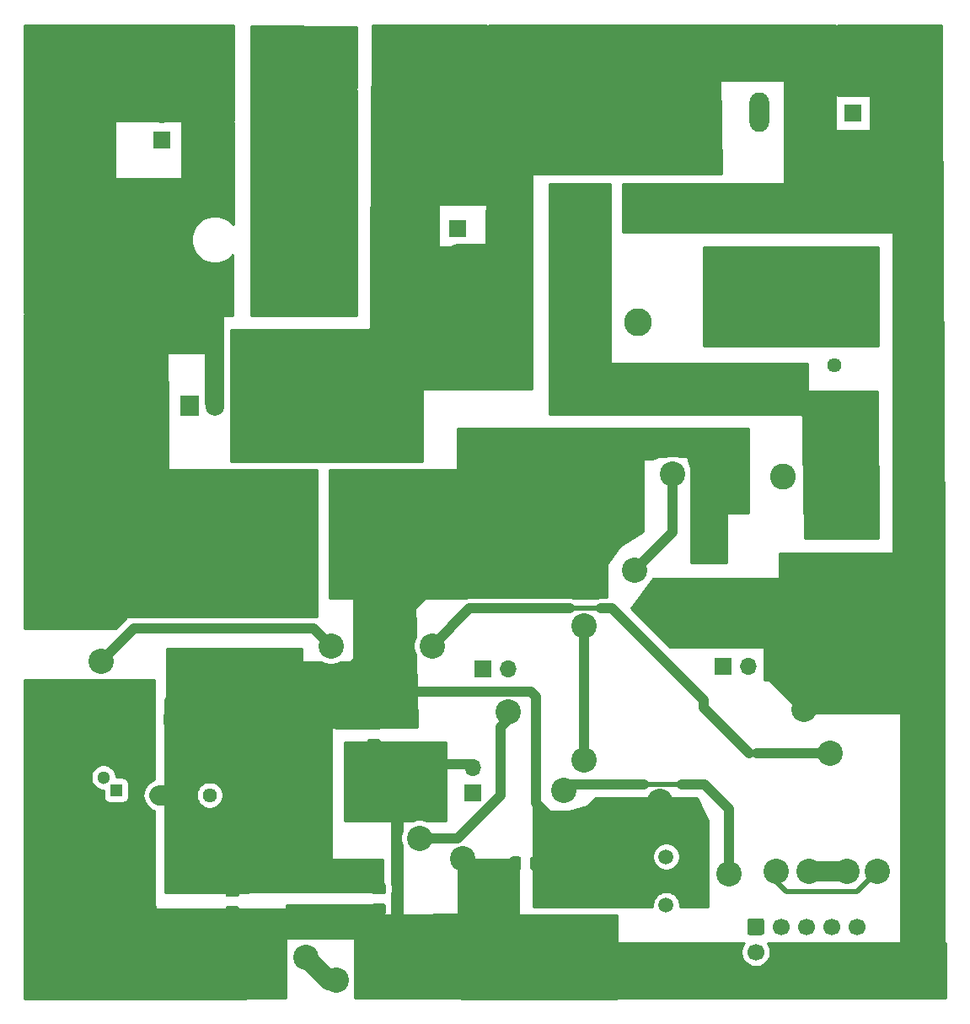
<source format=gbr>
%TF.GenerationSoftware,KiCad,Pcbnew,5.1.6-1.fc32*%
%TF.CreationDate,2020-08-07T18:49:01+03:00*%
%TF.ProjectId,ProjectFIH,50726f6a-6563-4744-9649-482e6b696361,rev?*%
%TF.SameCoordinates,Original*%
%TF.FileFunction,Copper,L2,Bot*%
%TF.FilePolarity,Positive*%
%FSLAX46Y46*%
G04 Gerber Fmt 4.6, Leading zero omitted, Abs format (unit mm)*
G04 Created by KiCad (PCBNEW 5.1.6-1.fc32) date 2020-08-07 18:49:01*
%MOMM*%
%LPD*%
G01*
G04 APERTURE LIST*
%TA.AperFunction,ComponentPad*%
%ADD10C,2.400000*%
%TD*%
%TA.AperFunction,ComponentPad*%
%ADD11R,2.400000X2.400000*%
%TD*%
%TA.AperFunction,ComponentPad*%
%ADD12O,1.905000X2.000000*%
%TD*%
%TA.AperFunction,ComponentPad*%
%ADD13R,1.905000X2.000000*%
%TD*%
%TA.AperFunction,ComponentPad*%
%ADD14C,1.440000*%
%TD*%
%TA.AperFunction,ComponentPad*%
%ADD15R,2.000000X2.000000*%
%TD*%
%TA.AperFunction,ComponentPad*%
%ADD16C,2.000000*%
%TD*%
%TA.AperFunction,ComponentPad*%
%ADD17C,1.300000*%
%TD*%
%TA.AperFunction,ComponentPad*%
%ADD18R,1.300000X1.300000*%
%TD*%
%TA.AperFunction,ComponentPad*%
%ADD19O,1.700000X1.700000*%
%TD*%
%TA.AperFunction,ComponentPad*%
%ADD20R,1.700000X1.700000*%
%TD*%
%TA.AperFunction,ComponentPad*%
%ADD21R,1.980000X3.960000*%
%TD*%
%TA.AperFunction,ComponentPad*%
%ADD22O,1.980000X3.960000*%
%TD*%
%TA.AperFunction,ComponentPad*%
%ADD23C,1.700000*%
%TD*%
%TA.AperFunction,ComponentPad*%
%ADD24C,2.600000*%
%TD*%
%TA.AperFunction,ComponentPad*%
%ADD25C,2.800000*%
%TD*%
%TA.AperFunction,ComponentPad*%
%ADD26C,1.500000*%
%TD*%
%TA.AperFunction,ViaPad*%
%ADD27C,0.800000*%
%TD*%
%TA.AperFunction,ViaPad*%
%ADD28C,2.540000*%
%TD*%
%TA.AperFunction,Conductor*%
%ADD29C,1.000000*%
%TD*%
%TA.AperFunction,Conductor*%
%ADD30C,2.000000*%
%TD*%
%TA.AperFunction,Conductor*%
%ADD31C,0.500000*%
%TD*%
%TA.AperFunction,Conductor*%
%ADD32C,0.254000*%
%TD*%
G04 APERTURE END LIST*
D10*
%TO.P,C14,2*%
%TO.N,GND*%
X67437000Y-25480000D03*
D11*
%TO.P,C14,1*%
%TO.N,+24V*%
X67437000Y-30480000D03*
%TD*%
D10*
%TO.P,C13,2*%
%TO.N,GND*%
X95758000Y-68881000D03*
D11*
%TO.P,C13,1*%
%TO.N,+24V*%
X95758000Y-63881000D03*
%TD*%
D10*
%TO.P,C9,2*%
%TO.N,GND*%
X49450000Y-36322000D03*
D11*
%TO.P,C9,1*%
%TO.N,+24V*%
X44450000Y-36322000D03*
%TD*%
D12*
%TO.P,Q3,3*%
%TO.N,GND*%
X35052000Y-51562000D03*
%TO.P,Q3,2*%
%TO.N,Net-(J5-Pad2)*%
X32512000Y-51562000D03*
D13*
%TO.P,Q3,1*%
%TO.N,Net-(Q3-Pad1)*%
X29972000Y-51562000D03*
%TD*%
D14*
%TO.P,RV2,3*%
%TO.N,Net-(R23-Pad2)*%
X94742000Y-47561500D03*
%TO.P,RV2,2*%
%TO.N,Net-(C23-Pad1)*%
X94742000Y-45021500D03*
%TO.P,RV2,1*%
X94742000Y-42481500D03*
%TD*%
%TO.P,C4,1*%
%TO.N,+5V*%
%TA.AperFunction,SMDPad,CuDef*%
G36*
G01*
X33839999Y-99755000D02*
X34740001Y-99755000D01*
G75*
G02*
X34990000Y-100004999I0J-249999D01*
G01*
X34990000Y-100655001D01*
G75*
G02*
X34740001Y-100905000I-249999J0D01*
G01*
X33839999Y-100905000D01*
G75*
G02*
X33590000Y-100655001I0J249999D01*
G01*
X33590000Y-100004999D01*
G75*
G02*
X33839999Y-99755000I249999J0D01*
G01*
G37*
%TD.AperFunction*%
%TO.P,C4,2*%
%TO.N,GND*%
%TA.AperFunction,SMDPad,CuDef*%
G36*
G01*
X33839999Y-101805000D02*
X34740001Y-101805000D01*
G75*
G02*
X34990000Y-102054999I0J-249999D01*
G01*
X34990000Y-102705001D01*
G75*
G02*
X34740001Y-102955000I-249999J0D01*
G01*
X33839999Y-102955000D01*
G75*
G02*
X33590000Y-102705001I0J249999D01*
G01*
X33590000Y-102054999D01*
G75*
G02*
X33839999Y-101805000I249999J0D01*
G01*
G37*
%TD.AperFunction*%
%TD*%
%TO.P,C6,1*%
%TO.N,+5V*%
%TA.AperFunction,SMDPad,CuDef*%
G36*
G01*
X28533000Y-82607999D02*
X28533000Y-83508001D01*
G75*
G02*
X28283001Y-83758000I-249999J0D01*
G01*
X27632999Y-83758000D01*
G75*
G02*
X27383000Y-83508001I0J249999D01*
G01*
X27383000Y-82607999D01*
G75*
G02*
X27632999Y-82358000I249999J0D01*
G01*
X28283001Y-82358000D01*
G75*
G02*
X28533000Y-82607999I0J-249999D01*
G01*
G37*
%TD.AperFunction*%
%TO.P,C6,2*%
%TO.N,GND*%
%TA.AperFunction,SMDPad,CuDef*%
G36*
G01*
X26483000Y-82607999D02*
X26483000Y-83508001D01*
G75*
G02*
X26233001Y-83758000I-249999J0D01*
G01*
X25582999Y-83758000D01*
G75*
G02*
X25333000Y-83508001I0J249999D01*
G01*
X25333000Y-82607999D01*
G75*
G02*
X25582999Y-82358000I249999J0D01*
G01*
X26233001Y-82358000D01*
G75*
G02*
X26483000Y-82607999I0J-249999D01*
G01*
G37*
%TD.AperFunction*%
%TD*%
%TO.P,C7,2*%
%TO.N,GND*%
%TA.AperFunction,SMDPad,CuDef*%
G36*
G01*
X48562999Y-101542000D02*
X49463001Y-101542000D01*
G75*
G02*
X49713000Y-101791999I0J-249999D01*
G01*
X49713000Y-102442001D01*
G75*
G02*
X49463001Y-102692000I-249999J0D01*
G01*
X48562999Y-102692000D01*
G75*
G02*
X48313000Y-102442001I0J249999D01*
G01*
X48313000Y-101791999D01*
G75*
G02*
X48562999Y-101542000I249999J0D01*
G01*
G37*
%TD.AperFunction*%
%TO.P,C7,1*%
%TO.N,+5V*%
%TA.AperFunction,SMDPad,CuDef*%
G36*
G01*
X48562999Y-99492000D02*
X49463001Y-99492000D01*
G75*
G02*
X49713000Y-99741999I0J-249999D01*
G01*
X49713000Y-100392001D01*
G75*
G02*
X49463001Y-100642000I-249999J0D01*
G01*
X48562999Y-100642000D01*
G75*
G02*
X48313000Y-100392001I0J249999D01*
G01*
X48313000Y-99741999D01*
G75*
G02*
X48562999Y-99492000I249999J0D01*
G01*
G37*
%TD.AperFunction*%
%TD*%
%TO.P,C10,2*%
%TO.N,GND*%
%TA.AperFunction,SMDPad,CuDef*%
G36*
G01*
X48063999Y-85032000D02*
X48964001Y-85032000D01*
G75*
G02*
X49214000Y-85281999I0J-249999D01*
G01*
X49214000Y-85932001D01*
G75*
G02*
X48964001Y-86182000I-249999J0D01*
G01*
X48063999Y-86182000D01*
G75*
G02*
X47814000Y-85932001I0J249999D01*
G01*
X47814000Y-85281999D01*
G75*
G02*
X48063999Y-85032000I249999J0D01*
G01*
G37*
%TD.AperFunction*%
%TO.P,C10,1*%
%TO.N,+5V*%
%TA.AperFunction,SMDPad,CuDef*%
G36*
G01*
X48063999Y-82982000D02*
X48964001Y-82982000D01*
G75*
G02*
X49214000Y-83231999I0J-249999D01*
G01*
X49214000Y-83882001D01*
G75*
G02*
X48964001Y-84132000I-249999J0D01*
G01*
X48063999Y-84132000D01*
G75*
G02*
X47814000Y-83882001I0J249999D01*
G01*
X47814000Y-83231999D01*
G75*
G02*
X48063999Y-82982000I249999J0D01*
G01*
G37*
%TD.AperFunction*%
%TD*%
%TO.P,C11,2*%
%TO.N,GND*%
%TA.AperFunction,SMDPad,CuDef*%
G36*
G01*
X63295000Y-97085999D02*
X63295000Y-97986001D01*
G75*
G02*
X63045001Y-98236000I-249999J0D01*
G01*
X62394999Y-98236000D01*
G75*
G02*
X62145000Y-97986001I0J249999D01*
G01*
X62145000Y-97085999D01*
G75*
G02*
X62394999Y-96836000I249999J0D01*
G01*
X63045001Y-96836000D01*
G75*
G02*
X63295000Y-97085999I0J-249999D01*
G01*
G37*
%TD.AperFunction*%
%TO.P,C11,1*%
%TO.N,+5V*%
%TA.AperFunction,SMDPad,CuDef*%
G36*
G01*
X65345000Y-97085999D02*
X65345000Y-97986001D01*
G75*
G02*
X65095001Y-98236000I-249999J0D01*
G01*
X64444999Y-98236000D01*
G75*
G02*
X64195000Y-97986001I0J249999D01*
G01*
X64195000Y-97085999D01*
G75*
G02*
X64444999Y-96836000I249999J0D01*
G01*
X65095001Y-96836000D01*
G75*
G02*
X65345000Y-97085999I0J-249999D01*
G01*
G37*
%TD.AperFunction*%
%TD*%
D15*
%TO.P,C24,1*%
%TO.N,+5V*%
X83058000Y-66421000D03*
D16*
%TO.P,C24,2*%
%TO.N,GND*%
X83058000Y-71421000D03*
%TD*%
%TO.P,C25,2*%
%TO.N,GND*%
X97282000Y-31830000D03*
D15*
%TO.P,C25,1*%
%TO.N,Net-(C23-Pad1)*%
X97282000Y-36830000D03*
%TD*%
D17*
%TO.P,DA1,2*%
%TO.N,Net-(C2-Pad1)*%
X21336000Y-88900000D03*
%TO.P,DA1,3*%
%TO.N,GND*%
X20066000Y-90170000D03*
D18*
%TO.P,DA1,1*%
%TO.N,Net-(DA1-Pad1)*%
X22606000Y-90170000D03*
%TD*%
D19*
%TO.P,J1,2*%
%TO.N,IRQ*%
X61976000Y-77978000D03*
D20*
%TO.P,J1,1*%
%TO.N,Net-(C5-Pad1)*%
X59436000Y-77978000D03*
%TD*%
D21*
%TO.P,J2,1*%
%TO.N,GND*%
X50292000Y-22860000D03*
D22*
%TO.P,J2,2*%
%TO.N,+24V*%
X45292000Y-22860000D03*
%TD*%
D20*
%TO.P,J3,1*%
%TO.N,Net-(J3-Pad1)*%
X56896000Y-33782000D03*
D19*
%TO.P,J3,2*%
%TO.N,GND*%
X56896000Y-36322000D03*
%TD*%
%TO.P,J4,2*%
%TO.N,GND*%
X58420000Y-87884000D03*
D20*
%TO.P,J4,1*%
%TO.N,Net-(J4-Pad1)*%
X58420000Y-90424000D03*
%TD*%
%TO.P,J5,1*%
%TO.N,Net-(J5-Pad1)*%
X27178000Y-24892000D03*
D19*
%TO.P,J5,2*%
%TO.N,Net-(J5-Pad2)*%
X27178000Y-22352000D03*
%TD*%
D21*
%TO.P,J6,1*%
%TO.N,+24V*%
X37338000Y-22860000D03*
D22*
%TO.P,J6,2*%
%TO.N,Net-(J5-Pad2)*%
X32338000Y-22860000D03*
%TD*%
D20*
%TO.P,J7,1*%
%TO.N,Net-(J7-Pad1)*%
X83566000Y-77724000D03*
D19*
%TO.P,J7,2*%
%TO.N,Net-(J7-Pad2)*%
X86106000Y-77724000D03*
%TO.P,J7,3*%
%TO.N,GND*%
X88646000Y-77724000D03*
%TD*%
%TO.P,J8,1*%
%TO.N,Net-(J8-Pad1)*%
%TA.AperFunction,ComponentPad*%
G36*
G01*
X86268000Y-103036000D02*
X87468000Y-103036000D01*
G75*
G02*
X87718000Y-103286000I0J-250000D01*
G01*
X87718000Y-104486000D01*
G75*
G02*
X87468000Y-104736000I-250000J0D01*
G01*
X86268000Y-104736000D01*
G75*
G02*
X86018000Y-104486000I0J250000D01*
G01*
X86018000Y-103286000D01*
G75*
G02*
X86268000Y-103036000I250000J0D01*
G01*
G37*
%TD.AperFunction*%
D23*
%TO.P,J8,3*%
%TO.N,Net-(J8-Pad3)*%
X89408000Y-103886000D03*
%TO.P,J8,5*%
%TO.N,MCUReset*%
X91948000Y-103886000D03*
%TO.P,J8,7*%
%TO.N,Net-(J8-Pad7)*%
X94488000Y-103886000D03*
%TO.P,J8,9*%
%TO.N,Net-(J8-Pad9)*%
X97028000Y-103886000D03*
%TO.P,J8,2*%
%TO.N,Net-(J8-Pad2)*%
X86868000Y-106426000D03*
%TO.P,J8,4*%
%TO.N,GND*%
X89408000Y-106426000D03*
%TO.P,J8,6*%
X91948000Y-106426000D03*
%TO.P,J8,8*%
X94488000Y-106426000D03*
%TO.P,J8,10*%
X97028000Y-106426000D03*
%TD*%
D22*
%TO.P,J9,2*%
%TO.N,Net-(C23-Pad1)*%
X87202000Y-22098000D03*
D21*
%TO.P,J9,1*%
%TO.N,GND*%
X92202000Y-22098000D03*
%TD*%
D20*
%TO.P,J10,1*%
%TO.N,Net-(J10-Pad1)*%
X96647000Y-22225000D03*
D19*
%TO.P,J10,2*%
%TO.N,GND*%
X96647000Y-24765000D03*
%TD*%
D24*
%TO.P,L1,1*%
%TO.N,Net-(C20-Pad1)*%
X89582000Y-58674000D03*
%TO.P,L1,2*%
%TO.N,+5V*%
X84582000Y-58674000D03*
%TD*%
D25*
%TO.P,L2,1*%
%TO.N,Net-(D4-Pad1)*%
X75057000Y-43180000D03*
%TO.P,L2,2*%
%TO.N,Net-(C23-Pad1)*%
X86487000Y-43180000D03*
%TD*%
D14*
%TO.P,RV1,1*%
%TO.N,+5V*%
X26924000Y-90678000D03*
%TO.P,RV1,2*%
X29464000Y-90678000D03*
%TO.P,RV1,3*%
%TO.N,Net-(R9-Pad1)*%
X32004000Y-90678000D03*
%TD*%
D26*
%TO.P,Y1,1*%
%TO.N,Net-(C18-Pad1)*%
X77851000Y-101727000D03*
%TO.P,Y1,2*%
%TO.N,Net-(C15-Pad1)*%
X77851000Y-96847000D03*
%TD*%
D27*
%TO.N,GND*%
X51950000Y-45586000D03*
D28*
X51950000Y-45586000D03*
X40386000Y-103886000D03*
X56313000Y-104469000D03*
X54545000Y-87565000D03*
X61279000Y-103821000D03*
X71501000Y-106172000D03*
X57404000Y-97028000D03*
X91694000Y-82042000D03*
X17526000Y-88646000D03*
D27*
%TO.N,+5V*%
X59436000Y-55753000D03*
D28*
X59436000Y-55753000D03*
D27*
X77270500Y-91322000D03*
D28*
X77270500Y-91322000D03*
X28702000Y-98806000D03*
X42851000Y-97969000D03*
X41467000Y-82615000D03*
X69088000Y-93980000D03*
X31750000Y-77470000D03*
%TO.N,MCUReset*%
X41656000Y-106934000D03*
X44704000Y-109220000D03*
X88900000Y-98298000D03*
X99060000Y-98298000D03*
%TO.N,IRQ*%
X53086000Y-94996000D03*
X61976000Y-82296000D03*
%TO.N,Net-(J8-Pad9)*%
X96012000Y-98298000D03*
X92202000Y-98298000D03*
%TO.N,Temperature*%
X21082000Y-77216000D03*
X94361000Y-86487000D03*
X54356000Y-75692000D03*
X44196000Y-75692000D03*
%TO.N,HeatOFF*%
X69596000Y-87122000D03*
X69596000Y-73660000D03*
%TO.N,PL_ON*%
X78486000Y-58420000D03*
X74676000Y-68072000D03*
%TO.N,MCU_PL_ON*%
X84201000Y-98552000D03*
X67564000Y-90170000D03*
%TD*%
D29*
%TO.N,GND*%
X51950000Y-36322000D02*
X51950000Y-45586000D01*
X51950000Y-45586000D02*
X51950000Y-45586000D01*
X51950000Y-45586000D02*
X51950000Y-45586000D01*
X34290000Y-102380000D02*
X34290000Y-103886000D01*
X34290000Y-103886000D02*
X40386000Y-103886000D01*
X49013000Y-104131000D02*
X49351000Y-104469000D01*
X49013000Y-102117000D02*
X49013000Y-104131000D01*
X56313000Y-104469000D02*
X49351000Y-104469000D01*
X40969000Y-104469000D02*
X40386000Y-103886000D01*
X49351000Y-104469000D02*
X40969000Y-104469000D01*
X48514000Y-85607000D02*
X48514000Y-87630000D01*
X54480000Y-87630000D02*
X54545000Y-87565000D01*
X61279000Y-103821000D02*
X61279000Y-97601000D01*
X61344000Y-97536000D02*
X62720000Y-97536000D01*
X61279000Y-97601000D02*
X61344000Y-97536000D01*
X60631000Y-104469000D02*
X61279000Y-103821000D01*
X56313000Y-104469000D02*
X60631000Y-104469000D01*
X63630000Y-106172000D02*
X61279000Y-103821000D01*
X71501000Y-106172000D02*
X63630000Y-106172000D01*
X57404000Y-103378000D02*
X56313000Y-104469000D01*
X57404000Y-97028000D02*
X57404000Y-103378000D01*
X88646000Y-78994000D02*
X91694000Y-82042000D01*
X88646000Y-77724000D02*
X88646000Y-78994000D01*
X23114000Y-83058000D02*
X17526000Y-88646000D01*
X25908000Y-83058000D02*
X23114000Y-83058000D01*
X19050000Y-90170000D02*
X17526000Y-88646000D01*
X20066000Y-90170000D02*
X19050000Y-90170000D01*
X40386000Y-103886000D02*
X23114000Y-103886000D01*
X17526000Y-98298000D02*
X17526000Y-88646000D01*
X23114000Y-103886000D02*
X17526000Y-98298000D01*
X52578000Y-36322000D02*
X49450000Y-36322000D01*
X57062056Y-36322000D02*
X52578000Y-36322000D01*
X52578000Y-36322000D02*
X51950000Y-36322000D01*
D30*
X56896000Y-36322000D02*
X60706000Y-36322000D01*
X60706000Y-36322000D02*
X62484000Y-34544000D01*
X62484000Y-34544000D02*
X62484000Y-26924000D01*
X63928000Y-25480000D02*
X67437000Y-25480000D01*
X62484000Y-26924000D02*
X63928000Y-25480000D01*
D29*
X48514000Y-87630000D02*
X54480000Y-87630000D01*
X58101000Y-87565000D02*
X58420000Y-87884000D01*
X54545000Y-87565000D02*
X58101000Y-87565000D01*
X97028000Y-106426000D02*
X89408000Y-106426000D01*
D30*
%TO.N,+5V*%
X81661000Y-55753000D02*
X84582000Y-58674000D01*
X59436000Y-55753000D02*
X81661000Y-55753000D01*
D29*
X28702000Y-98806000D02*
X34290000Y-98806000D01*
X34290000Y-98806000D02*
X34290000Y-100330000D01*
X35127000Y-97969000D02*
X34290000Y-98806000D01*
X49013000Y-100067000D02*
X49013000Y-97799000D01*
X48843000Y-97969000D02*
X42851000Y-97969000D01*
X49013000Y-97799000D02*
X48843000Y-97969000D01*
X42851000Y-97969000D02*
X35127000Y-97969000D01*
X48514000Y-83557000D02*
X48514000Y-82550000D01*
X41532000Y-82550000D02*
X41467000Y-82615000D01*
X48514000Y-82550000D02*
X41532000Y-82550000D01*
X64770000Y-97536000D02*
X69088000Y-97536000D01*
X69088000Y-97536000D02*
X69088000Y-93980000D01*
X74612500Y-93980000D02*
X77270500Y-91322000D01*
X69088000Y-93980000D02*
X74612500Y-93980000D01*
X42851000Y-83999000D02*
X41467000Y-82615000D01*
X42851000Y-97969000D02*
X42851000Y-83999000D01*
X49784000Y-81280000D02*
X48514000Y-82550000D01*
X64770000Y-80772000D02*
X64262000Y-80264000D01*
X64770000Y-91458051D02*
X64770000Y-80772000D01*
X50800000Y-80264000D02*
X49784000Y-81280000D01*
X67291949Y-93980000D02*
X64770000Y-91458051D01*
X64262000Y-80264000D02*
X50800000Y-80264000D01*
X69088000Y-93980000D02*
X67291949Y-93980000D01*
X27958000Y-81262000D02*
X31750000Y-77470000D01*
X27958000Y-83058000D02*
X27958000Y-81262000D01*
X41467000Y-82615000D02*
X58804000Y-65278000D01*
X58804000Y-65278000D02*
X58928000Y-65278000D01*
X59436000Y-64770000D02*
X59436000Y-55753000D01*
X58928000Y-65278000D02*
X59436000Y-64770000D01*
X36322000Y-77470000D02*
X41467000Y-82615000D01*
X31750000Y-77470000D02*
X36322000Y-77470000D01*
D30*
X29464000Y-90678000D02*
X26924000Y-90678000D01*
D29*
%TO.N,+24V*%
X95758000Y-63881000D02*
X95758000Y-55880000D01*
X95758000Y-55880000D02*
X90170000Y-50292000D01*
X90170000Y-50292000D02*
X72390000Y-50292000D01*
X72390000Y-50292000D02*
X67437000Y-45339000D01*
X67437000Y-30480000D02*
X67437000Y-32639000D01*
X67437000Y-32639000D02*
X67437000Y-31750000D01*
X67437000Y-45339000D02*
X67437000Y-32639000D01*
D30*
%TO.N,MCUReset*%
X43942000Y-109220000D02*
X41656000Y-106934000D01*
D31*
X44704000Y-109220000D02*
X43942000Y-109220000D01*
X88900000Y-98298000D02*
X88900000Y-99314000D01*
X88900000Y-99314000D02*
X89916000Y-100330000D01*
X97028000Y-100330000D02*
X99060000Y-98298000D01*
X89916000Y-100330000D02*
X97028000Y-100330000D01*
D29*
%TO.N,IRQ*%
X53086000Y-94996000D02*
X56896000Y-94996000D01*
X56896000Y-94996000D02*
X61214000Y-90678000D01*
X61214000Y-90678000D02*
X61214000Y-83820000D01*
X61214000Y-83820000D02*
X61976000Y-83058000D01*
D31*
X61976000Y-83058000D02*
X61976000Y-82296000D01*
X61976000Y-82296000D02*
X61976000Y-82296000D01*
D30*
%TO.N,Net-(J8-Pad9)*%
X96012000Y-98298000D02*
X92202000Y-98298000D01*
D29*
%TO.N,Temperature*%
X94361000Y-86487000D02*
X86995000Y-86487000D01*
D31*
X86995000Y-86487000D02*
X86233000Y-86487000D01*
D29*
X81607999Y-81861999D02*
X81607999Y-81099999D01*
X86233000Y-86487000D02*
X81607999Y-81861999D01*
X81607999Y-81099999D02*
X72447999Y-71939999D01*
X58108001Y-71939999D02*
X54356000Y-75692000D01*
D31*
X54356000Y-75692000D02*
X54356000Y-75692000D01*
D29*
X44196000Y-75692000D02*
X42418000Y-73914000D01*
X24384000Y-73914000D02*
X21082000Y-77216000D01*
X42418000Y-73914000D02*
X24384000Y-73914000D01*
D31*
X72447999Y-71939999D02*
X68141001Y-71939999D01*
D29*
X58108001Y-71939999D02*
X68141001Y-71939999D01*
X72447999Y-71939999D02*
X71304999Y-71939999D01*
%TO.N,HeatOFF*%
X69596000Y-87122000D02*
X69596000Y-73660000D01*
%TO.N,PL_ON*%
X78486000Y-64262000D02*
X74676000Y-68072000D01*
X78486000Y-58420000D02*
X78486000Y-64262000D01*
%TO.N,MCU_PL_ON*%
X84201000Y-98552000D02*
X84201000Y-92075000D01*
X84201000Y-92075000D02*
X81727999Y-89601999D01*
X81727999Y-89601999D02*
X79441999Y-89601999D01*
X75625001Y-89601999D02*
X68132001Y-89601999D01*
X68132001Y-89601999D02*
X67564000Y-90170000D01*
D31*
X81727999Y-89601999D02*
X75625001Y-89601999D01*
%TD*%
D32*
%TO.N,GND*%
G36*
X59817000Y-31369000D02*
G01*
X55118000Y-31369000D01*
X55093224Y-31371440D01*
X55069399Y-31378667D01*
X55047443Y-31390403D01*
X55028197Y-31406197D01*
X55012403Y-31425443D01*
X55000667Y-31447399D01*
X54993440Y-31471224D01*
X54991000Y-31496000D01*
X54991000Y-35560000D01*
X54993440Y-35584776D01*
X55000667Y-35608601D01*
X55012403Y-35630557D01*
X55028197Y-35649803D01*
X55047443Y-35665597D01*
X55069399Y-35677333D01*
X55093224Y-35684560D01*
X55118000Y-35687000D01*
X64389000Y-35687000D01*
X64389000Y-49911000D01*
X48133879Y-49911000D01*
X48385782Y-13385000D01*
X59817000Y-13385000D01*
X59817000Y-31369000D01*
G37*
X59817000Y-31369000D02*
X55118000Y-31369000D01*
X55093224Y-31371440D01*
X55069399Y-31378667D01*
X55047443Y-31390403D01*
X55028197Y-31406197D01*
X55012403Y-31425443D01*
X55000667Y-31447399D01*
X54993440Y-31471224D01*
X54991000Y-31496000D01*
X54991000Y-35560000D01*
X54993440Y-35584776D01*
X55000667Y-35608601D01*
X55012403Y-35630557D01*
X55028197Y-35649803D01*
X55047443Y-35665597D01*
X55069399Y-35677333D01*
X55093224Y-35684560D01*
X55118000Y-35687000D01*
X64389000Y-35687000D01*
X64389000Y-49911000D01*
X48133879Y-49911000D01*
X48385782Y-13385000D01*
X59817000Y-13385000D01*
X59817000Y-31369000D01*
G36*
X83436866Y-28321000D02*
G01*
X64516000Y-28321000D01*
X64491224Y-28323440D01*
X64467399Y-28330667D01*
X64445443Y-28342403D01*
X64426197Y-28358197D01*
X64410403Y-28377443D01*
X64398667Y-28399399D01*
X64391440Y-28423224D01*
X64389000Y-28448000D01*
X64389000Y-35687000D01*
X59818435Y-35687000D01*
X60069019Y-13385000D01*
X83187932Y-13385000D01*
X83436866Y-28321000D01*
G37*
X83436866Y-28321000D02*
X64516000Y-28321000D01*
X64491224Y-28323440D01*
X64467399Y-28330667D01*
X64445443Y-28342403D01*
X64426197Y-28358197D01*
X64410403Y-28377443D01*
X64398667Y-28399399D01*
X64391440Y-28423224D01*
X64389000Y-28448000D01*
X64389000Y-35687000D01*
X59818435Y-35687000D01*
X60069019Y-13385000D01*
X83187932Y-13385000D01*
X83436866Y-28321000D01*
G36*
X94869000Y-23876000D02*
G01*
X94871440Y-23900776D01*
X94878667Y-23924601D01*
X94890403Y-23946557D01*
X94906197Y-23965803D01*
X94925443Y-23981597D01*
X94947399Y-23993333D01*
X94971224Y-24000560D01*
X94996000Y-24003000D01*
X105537000Y-24003000D01*
X105537000Y-34163000D01*
X89789000Y-34163000D01*
X89789000Y-13385000D01*
X94869000Y-13385000D01*
X94869000Y-23876000D01*
G37*
X94869000Y-23876000D02*
X94871440Y-23900776D01*
X94878667Y-23924601D01*
X94890403Y-23946557D01*
X94906197Y-23965803D01*
X94925443Y-23981597D01*
X94947399Y-23993333D01*
X94971224Y-24000560D01*
X94996000Y-24003000D01*
X105537000Y-24003000D01*
X105537000Y-34163000D01*
X89789000Y-34163000D01*
X89789000Y-13385000D01*
X94869000Y-13385000D01*
X94869000Y-23876000D01*
G36*
X94615000Y-18923000D02*
G01*
X82169000Y-18923000D01*
X82169000Y-13385000D01*
X94615000Y-13385000D01*
X94615000Y-18923000D01*
G37*
X94615000Y-18923000D02*
X82169000Y-18923000D01*
X82169000Y-13385000D01*
X94615000Y-13385000D01*
X94615000Y-18923000D01*
G36*
X105537000Y-24003000D02*
G01*
X98425000Y-24003000D01*
X98425000Y-20574000D01*
X98422560Y-20549224D01*
X98415333Y-20525399D01*
X98403597Y-20503443D01*
X98387803Y-20484197D01*
X98368557Y-20468403D01*
X98346601Y-20456667D01*
X98322776Y-20449440D01*
X98298000Y-20447000D01*
X95123000Y-20447000D01*
X95123000Y-13385000D01*
X105537000Y-13385000D01*
X105537000Y-24003000D01*
G37*
X105537000Y-24003000D02*
X98425000Y-24003000D01*
X98425000Y-20574000D01*
X98422560Y-20549224D01*
X98415333Y-20525399D01*
X98403597Y-20503443D01*
X98387803Y-20484197D01*
X98368557Y-20468403D01*
X98346601Y-20456667D01*
X98322776Y-20449440D01*
X98298000Y-20447000D01*
X95123000Y-20447000D01*
X95123000Y-13385000D01*
X105537000Y-13385000D01*
X105537000Y-24003000D01*
%TO.N,Net-(C23-Pad1)*%
G36*
X99187000Y-45593000D02*
G01*
X81661000Y-45593000D01*
X81661000Y-35687000D01*
X99187000Y-35687000D01*
X99187000Y-45593000D01*
G37*
X99187000Y-45593000D02*
X81661000Y-45593000D01*
X81661000Y-35687000D01*
X99187000Y-35687000D01*
X99187000Y-45593000D01*
%TO.N,GND*%
G36*
X105791000Y-72517000D02*
G01*
X89281000Y-72517000D01*
X89281000Y-66421000D01*
X105791000Y-66421000D01*
X105791000Y-72517000D01*
G37*
X105791000Y-72517000D02*
X89281000Y-72517000D01*
X89281000Y-66421000D01*
X105791000Y-66421000D01*
X105791000Y-72517000D01*
G36*
X105790334Y-67183000D02*
G01*
X100711000Y-67183000D01*
X100711000Y-18923000D01*
X105537663Y-18923000D01*
X105790334Y-67183000D01*
G37*
X105790334Y-67183000D02*
X100711000Y-67183000D01*
X100711000Y-18923000D01*
X105537663Y-18923000D01*
X105790334Y-67183000D01*
G36*
X89535000Y-79121000D02*
G01*
X87757000Y-79121000D01*
X87757000Y-75946000D01*
X87754560Y-75921224D01*
X87747333Y-75897399D01*
X87735597Y-75875443D01*
X87719803Y-75856197D01*
X87700557Y-75840403D01*
X87678601Y-75828667D01*
X87654776Y-75821440D01*
X87630000Y-75819000D01*
X78284606Y-75819000D01*
X74335688Y-71870082D01*
X76517500Y-68961000D01*
X89535000Y-68961000D01*
X89535000Y-79121000D01*
G37*
X89535000Y-79121000D02*
X87757000Y-79121000D01*
X87757000Y-75946000D01*
X87754560Y-75921224D01*
X87747333Y-75897399D01*
X87735597Y-75875443D01*
X87719803Y-75856197D01*
X87700557Y-75840403D01*
X87678601Y-75828667D01*
X87654776Y-75821440D01*
X87630000Y-75819000D01*
X78284606Y-75819000D01*
X74335688Y-71870082D01*
X76517500Y-68961000D01*
X89535000Y-68961000D01*
X89535000Y-79121000D01*
G36*
X105791000Y-82423000D02*
G01*
X92257188Y-82423000D01*
X88773000Y-78689942D01*
X88773000Y-72009000D01*
X105791000Y-72009000D01*
X105791000Y-82423000D01*
G37*
X105791000Y-82423000D02*
X92257188Y-82423000D01*
X88773000Y-78689942D01*
X88773000Y-72009000D01*
X105791000Y-72009000D01*
X105791000Y-82423000D01*
%TO.N,+24V*%
G36*
X72263000Y-51943000D02*
G01*
X66167000Y-51943000D01*
X66167000Y-29337000D01*
X72263000Y-29337000D01*
X72263000Y-51943000D01*
G37*
X72263000Y-51943000D02*
X66167000Y-51943000D01*
X66167000Y-29337000D01*
X72263000Y-29337000D01*
X72263000Y-51943000D01*
%TO.N,GND*%
G36*
X89789000Y-34163000D02*
G01*
X73533000Y-34163000D01*
X73533000Y-29337000D01*
X89789000Y-29337000D01*
X89789000Y-34163000D01*
G37*
X89789000Y-34163000D02*
X73533000Y-34163000D01*
X73533000Y-29337000D01*
X89789000Y-29337000D01*
X89789000Y-34163000D01*
%TO.N,+24V*%
G36*
X92075000Y-52451000D02*
G01*
X66167000Y-52451000D01*
X66167000Y-47371000D01*
X92075000Y-47371000D01*
X92075000Y-52451000D01*
G37*
X92075000Y-52451000D02*
X66167000Y-52451000D01*
X66167000Y-47371000D01*
X92075000Y-47371000D01*
X92075000Y-52451000D01*
G36*
X99185920Y-64897000D02*
G01*
X91818866Y-64897000D01*
X91569171Y-50165000D01*
X99061072Y-50165000D01*
X99185920Y-64897000D01*
G37*
X99185920Y-64897000D02*
X91818866Y-64897000D01*
X91569171Y-50165000D01*
X99061072Y-50165000D01*
X99185920Y-64897000D01*
%TO.N,+5V*%
G36*
X86106000Y-62357000D02*
G01*
X84074000Y-62357000D01*
X84049224Y-62359440D01*
X84025399Y-62366667D01*
X84003443Y-62378403D01*
X83984197Y-62394197D01*
X83968403Y-62413443D01*
X83956667Y-62435399D01*
X83949440Y-62459224D01*
X83947000Y-62484000D01*
X83947000Y-67310000D01*
X80391000Y-67310000D01*
X80391000Y-57912000D01*
X80388560Y-57887224D01*
X80384483Y-57871839D01*
X80003483Y-56728839D01*
X79993333Y-56706106D01*
X79978943Y-56685789D01*
X79960866Y-56668671D01*
X79939796Y-56655408D01*
X79916544Y-56646510D01*
X79883000Y-56642000D01*
X79171532Y-56642000D01*
X79041668Y-56588209D01*
X78673626Y-56515000D01*
X78298374Y-56515000D01*
X77930332Y-56588209D01*
X77800468Y-56642000D01*
X77216000Y-56642000D01*
X77191224Y-56644440D01*
X77175839Y-56648517D01*
X76433390Y-56896000D01*
X56896000Y-56896000D01*
X56896000Y-53848000D01*
X86106000Y-53848000D01*
X86106000Y-62357000D01*
G37*
X86106000Y-62357000D02*
X84074000Y-62357000D01*
X84049224Y-62359440D01*
X84025399Y-62366667D01*
X84003443Y-62378403D01*
X83984197Y-62394197D01*
X83968403Y-62413443D01*
X83956667Y-62435399D01*
X83949440Y-62459224D01*
X83947000Y-62484000D01*
X83947000Y-67310000D01*
X80391000Y-67310000D01*
X80391000Y-57912000D01*
X80388560Y-57887224D01*
X80384483Y-57871839D01*
X80003483Y-56728839D01*
X79993333Y-56706106D01*
X79978943Y-56685789D01*
X79960866Y-56668671D01*
X79939796Y-56655408D01*
X79916544Y-56646510D01*
X79883000Y-56642000D01*
X79171532Y-56642000D01*
X79041668Y-56588209D01*
X78673626Y-56515000D01*
X78298374Y-56515000D01*
X77930332Y-56588209D01*
X77800468Y-56642000D01*
X77216000Y-56642000D01*
X77191224Y-56644440D01*
X77175839Y-56648517D01*
X76433390Y-56896000D01*
X56896000Y-56896000D01*
X56896000Y-53848000D01*
X86106000Y-53848000D01*
X86106000Y-62357000D01*
%TO.N,+24V*%
G36*
X46736000Y-13587514D02*
G01*
X46736000Y-19632394D01*
X46646197Y-19722197D01*
X46630403Y-19741443D01*
X46618667Y-19763399D01*
X46611440Y-19787224D01*
X46609000Y-19812000D01*
X46611440Y-19836776D01*
X46618667Y-19860601D01*
X46630403Y-19882557D01*
X46646197Y-19901803D01*
X46665443Y-19917597D01*
X46687399Y-19929333D01*
X46711224Y-19936560D01*
X46736000Y-19939000D01*
X46736000Y-42545000D01*
X36195000Y-42545000D01*
X36195000Y-13463503D01*
X46736000Y-13587514D01*
G37*
X46736000Y-13587514D02*
X46736000Y-19632394D01*
X46646197Y-19722197D01*
X46630403Y-19741443D01*
X46618667Y-19763399D01*
X46611440Y-19787224D01*
X46609000Y-19812000D01*
X46611440Y-19836776D01*
X46618667Y-19860601D01*
X46630403Y-19882557D01*
X46646197Y-19901803D01*
X46665443Y-19917597D01*
X46687399Y-19929333D01*
X46711224Y-19936560D01*
X46736000Y-19939000D01*
X46736000Y-42545000D01*
X36195000Y-42545000D01*
X36195000Y-13463503D01*
X46736000Y-13587514D01*
%TO.N,GND*%
G36*
X53340000Y-57150000D02*
G01*
X34163000Y-57150000D01*
X34163000Y-43942000D01*
X53340000Y-43942000D01*
X53340000Y-57150000D01*
G37*
X53340000Y-57150000D02*
X34163000Y-57150000D01*
X34163000Y-43942000D01*
X53340000Y-43942000D01*
X53340000Y-57150000D01*
%TO.N,Net-(J5-Pad2)*%
G36*
X34417000Y-22987000D02*
G01*
X13385000Y-22987000D01*
X13385000Y-13385000D01*
X34417000Y-13385000D01*
X34417000Y-22987000D01*
G37*
X34417000Y-22987000D02*
X13385000Y-22987000D01*
X13385000Y-13385000D01*
X34417000Y-13385000D01*
X34417000Y-22987000D01*
G36*
X22479000Y-28702000D02*
G01*
X22481440Y-28726776D01*
X22488667Y-28750601D01*
X22500403Y-28772557D01*
X22516197Y-28791803D01*
X22535443Y-28807597D01*
X22557399Y-28819333D01*
X22581224Y-28826560D01*
X22606000Y-28829000D01*
X29083000Y-28829000D01*
X29107776Y-28826560D01*
X29131601Y-28819333D01*
X29153557Y-28807597D01*
X29172803Y-28791803D01*
X29188597Y-28772557D01*
X29200333Y-28750601D01*
X29207560Y-28726776D01*
X29210000Y-28702000D01*
X29210000Y-23114000D01*
X34416178Y-23114000D01*
X34350029Y-33367130D01*
X34032349Y-33049450D01*
X33641721Y-32788440D01*
X33207679Y-32608654D01*
X32746902Y-32517000D01*
X32277098Y-32517000D01*
X31816321Y-32608654D01*
X31382279Y-32788440D01*
X30991651Y-33049450D01*
X30659450Y-33381651D01*
X30398440Y-33772279D01*
X30218654Y-34206321D01*
X30127000Y-34667098D01*
X30127000Y-35136902D01*
X30218654Y-35597679D01*
X30398440Y-36031721D01*
X30659450Y-36422349D01*
X30991651Y-36754550D01*
X31382279Y-37015560D01*
X31816321Y-37195346D01*
X32277098Y-37287000D01*
X32746902Y-37287000D01*
X33207679Y-37195346D01*
X33641721Y-37015560D01*
X34032349Y-36754550D01*
X34330096Y-36456803D01*
X34290827Y-42543498D01*
X13385000Y-42296092D01*
X13385000Y-22987000D01*
X22479000Y-22987000D01*
X22479000Y-28702000D01*
G37*
X22479000Y-28702000D02*
X22481440Y-28726776D01*
X22488667Y-28750601D01*
X22500403Y-28772557D01*
X22516197Y-28791803D01*
X22535443Y-28807597D01*
X22557399Y-28819333D01*
X22581224Y-28826560D01*
X22606000Y-28829000D01*
X29083000Y-28829000D01*
X29107776Y-28826560D01*
X29131601Y-28819333D01*
X29153557Y-28807597D01*
X29172803Y-28791803D01*
X29188597Y-28772557D01*
X29200333Y-28750601D01*
X29207560Y-28726776D01*
X29210000Y-28702000D01*
X29210000Y-23114000D01*
X34416178Y-23114000D01*
X34350029Y-33367130D01*
X34032349Y-33049450D01*
X33641721Y-32788440D01*
X33207679Y-32608654D01*
X32746902Y-32517000D01*
X32277098Y-32517000D01*
X31816321Y-32608654D01*
X31382279Y-32788440D01*
X30991651Y-33049450D01*
X30659450Y-33381651D01*
X30398440Y-33772279D01*
X30218654Y-34206321D01*
X30127000Y-34667098D01*
X30127000Y-35136902D01*
X30218654Y-35597679D01*
X30398440Y-36031721D01*
X30659450Y-36422349D01*
X30991651Y-36754550D01*
X31382279Y-37015560D01*
X31816321Y-37195346D01*
X32277098Y-37287000D01*
X32746902Y-37287000D01*
X33207679Y-37195346D01*
X33641721Y-37015560D01*
X34032349Y-36754550D01*
X34330096Y-36456803D01*
X34290827Y-42543498D01*
X13385000Y-42296092D01*
X13385000Y-22987000D01*
X22479000Y-22987000D01*
X22479000Y-28702000D01*
G36*
X33274000Y-42670403D02*
G01*
X33274000Y-51435000D01*
X31623000Y-51435000D01*
X31623000Y-46355000D01*
X31620560Y-46330224D01*
X31613333Y-46306399D01*
X31601597Y-46284443D01*
X31585803Y-46265197D01*
X31566557Y-46249403D01*
X31544601Y-46237667D01*
X31520776Y-46230440D01*
X31496000Y-46228000D01*
X27813000Y-46228000D01*
X27788224Y-46230440D01*
X27764399Y-46237667D01*
X27742443Y-46249403D01*
X27723197Y-46265197D01*
X27707403Y-46284443D01*
X27695667Y-46306399D01*
X27688440Y-46330224D01*
X27686000Y-46355000D01*
X27686000Y-49022000D01*
X27688440Y-49046776D01*
X27695667Y-49070601D01*
X27707403Y-49092557D01*
X27723197Y-49111803D01*
X27742443Y-49127597D01*
X27764399Y-49139333D01*
X27788224Y-49146560D01*
X27813000Y-49149000D01*
X27813000Y-57912000D01*
X27815440Y-57936776D01*
X27822667Y-57960601D01*
X27834403Y-57982557D01*
X27850197Y-58001803D01*
X27869443Y-58017597D01*
X27891399Y-58029333D01*
X27915224Y-58036560D01*
X27940000Y-58039000D01*
X42799000Y-58039000D01*
X42799000Y-72771000D01*
X23749000Y-72771000D01*
X23724224Y-72773440D01*
X23700399Y-72780667D01*
X23678443Y-72792403D01*
X23659197Y-72808197D01*
X22553394Y-73914000D01*
X13385000Y-73914000D01*
X13385000Y-42418643D01*
X33274000Y-42670403D01*
G37*
X33274000Y-42670403D02*
X33274000Y-51435000D01*
X31623000Y-51435000D01*
X31623000Y-46355000D01*
X31620560Y-46330224D01*
X31613333Y-46306399D01*
X31601597Y-46284443D01*
X31585803Y-46265197D01*
X31566557Y-46249403D01*
X31544601Y-46237667D01*
X31520776Y-46230440D01*
X31496000Y-46228000D01*
X27813000Y-46228000D01*
X27788224Y-46230440D01*
X27764399Y-46237667D01*
X27742443Y-46249403D01*
X27723197Y-46265197D01*
X27707403Y-46284443D01*
X27695667Y-46306399D01*
X27688440Y-46330224D01*
X27686000Y-46355000D01*
X27686000Y-49022000D01*
X27688440Y-49046776D01*
X27695667Y-49070601D01*
X27707403Y-49092557D01*
X27723197Y-49111803D01*
X27742443Y-49127597D01*
X27764399Y-49139333D01*
X27788224Y-49146560D01*
X27813000Y-49149000D01*
X27813000Y-57912000D01*
X27815440Y-57936776D01*
X27822667Y-57960601D01*
X27834403Y-57982557D01*
X27850197Y-58001803D01*
X27869443Y-58017597D01*
X27891399Y-58029333D01*
X27915224Y-58036560D01*
X27940000Y-58039000D01*
X42799000Y-58039000D01*
X42799000Y-72771000D01*
X23749000Y-72771000D01*
X23724224Y-72773440D01*
X23700399Y-72780667D01*
X23678443Y-72792403D01*
X23659197Y-72808197D01*
X22553394Y-73914000D01*
X13385000Y-73914000D01*
X13385000Y-42418643D01*
X33274000Y-42670403D01*
%TO.N,+5V*%
G36*
X75565000Y-64192002D02*
G01*
X73211183Y-65678623D01*
X73191538Y-65693917D01*
X73175656Y-65712183D01*
X71905656Y-67490183D01*
X71893241Y-67511763D01*
X71885274Y-67535350D01*
X71882000Y-67564000D01*
X71882000Y-70804999D01*
X71249247Y-70804999D01*
X71082500Y-70821422D01*
X70935547Y-70866000D01*
X68510453Y-70866000D01*
X68363500Y-70821422D01*
X68196753Y-70804999D01*
X58163753Y-70804999D01*
X58108001Y-70799508D01*
X57885502Y-70821422D01*
X57738549Y-70866000D01*
X44069000Y-70866000D01*
X44069000Y-58039000D01*
X75565000Y-58039000D01*
X75565000Y-64192002D01*
G37*
X75565000Y-64192002D02*
X73211183Y-65678623D01*
X73191538Y-65693917D01*
X73175656Y-65712183D01*
X71905656Y-67490183D01*
X71893241Y-67511763D01*
X71885274Y-67535350D01*
X71882000Y-67564000D01*
X71882000Y-70804999D01*
X71249247Y-70804999D01*
X71082500Y-70821422D01*
X70935547Y-70866000D01*
X68510453Y-70866000D01*
X68363500Y-70821422D01*
X68196753Y-70804999D01*
X58163753Y-70804999D01*
X58108001Y-70799508D01*
X57885502Y-70821422D01*
X57738549Y-70866000D01*
X44069000Y-70866000D01*
X44069000Y-58039000D01*
X75565000Y-58039000D01*
X75565000Y-64192002D01*
G36*
X75565000Y-59562145D02*
G01*
X56896000Y-59436850D01*
X56896000Y-56641150D01*
X75565000Y-56515855D01*
X75565000Y-59562145D01*
G37*
X75565000Y-59562145D02*
X56896000Y-59436850D01*
X56896000Y-56641150D01*
X75565000Y-56515855D01*
X75565000Y-59562145D01*
G36*
X41275000Y-83691829D02*
G01*
X27686000Y-83567159D01*
X27686000Y-75946000D01*
X41275000Y-75946000D01*
X41275000Y-83691829D01*
G37*
X41275000Y-83691829D02*
X27686000Y-83567159D01*
X27686000Y-75946000D01*
X41275000Y-75946000D01*
X41275000Y-83691829D01*
G36*
X44196000Y-100330952D02*
G01*
X27559000Y-100456042D01*
X27559000Y-90544544D01*
X30649000Y-90544544D01*
X30649000Y-90811456D01*
X30701072Y-91073239D01*
X30803215Y-91319833D01*
X30951503Y-91541762D01*
X31140238Y-91730497D01*
X31362167Y-91878785D01*
X31608761Y-91980928D01*
X31870544Y-92033000D01*
X32137456Y-92033000D01*
X32399239Y-91980928D01*
X32645833Y-91878785D01*
X32867762Y-91730497D01*
X33056497Y-91541762D01*
X33204785Y-91319833D01*
X33306928Y-91073239D01*
X33359000Y-90811456D01*
X33359000Y-90544544D01*
X33306928Y-90282761D01*
X33204785Y-90036167D01*
X33056497Y-89814238D01*
X32867762Y-89625503D01*
X32645833Y-89477215D01*
X32399239Y-89375072D01*
X32137456Y-89323000D01*
X31870544Y-89323000D01*
X31608761Y-89375072D01*
X31362167Y-89477215D01*
X31140238Y-89625503D01*
X30951503Y-89814238D01*
X30803215Y-90036167D01*
X30701072Y-90282761D01*
X30649000Y-90544544D01*
X27559000Y-90544544D01*
X27559000Y-83312000D01*
X44196000Y-83312000D01*
X44196000Y-100330952D01*
G37*
X44196000Y-100330952D02*
X27559000Y-100456042D01*
X27559000Y-90544544D01*
X30649000Y-90544544D01*
X30649000Y-90811456D01*
X30701072Y-91073239D01*
X30803215Y-91319833D01*
X30951503Y-91541762D01*
X31140238Y-91730497D01*
X31362167Y-91878785D01*
X31608761Y-91980928D01*
X31870544Y-92033000D01*
X32137456Y-92033000D01*
X32399239Y-91980928D01*
X32645833Y-91878785D01*
X32867762Y-91730497D01*
X33056497Y-91541762D01*
X33204785Y-91319833D01*
X33306928Y-91073239D01*
X33359000Y-90811456D01*
X33359000Y-90544544D01*
X33306928Y-90282761D01*
X33204785Y-90036167D01*
X33056497Y-89814238D01*
X32867762Y-89625503D01*
X32645833Y-89477215D01*
X32399239Y-89375072D01*
X32137456Y-89323000D01*
X31870544Y-89323000D01*
X31608761Y-89375072D01*
X31362167Y-89477215D01*
X31140238Y-89625503D01*
X30951503Y-89814238D01*
X30803215Y-90036167D01*
X30701072Y-90282761D01*
X30649000Y-90544544D01*
X27559000Y-90544544D01*
X27559000Y-83312000D01*
X44196000Y-83312000D01*
X44196000Y-100330952D01*
%TO.N,GND*%
G36*
X26416000Y-82804000D02*
G01*
X26416001Y-82804564D01*
X26444048Y-89115021D01*
X26295285Y-89160148D01*
X26011248Y-89311969D01*
X25762286Y-89516286D01*
X25557969Y-89765248D01*
X25406148Y-90049285D01*
X25312657Y-90357484D01*
X25281089Y-90678000D01*
X25312657Y-90998516D01*
X25406148Y-91306715D01*
X25557969Y-91590752D01*
X25762286Y-91839714D01*
X26011248Y-92044031D01*
X26295285Y-92195852D01*
X26457959Y-92245199D01*
X26541648Y-111075000D01*
X13385000Y-111075000D01*
X13385000Y-88773439D01*
X20051000Y-88773439D01*
X20051000Y-89026561D01*
X20100381Y-89274821D01*
X20197247Y-89508676D01*
X20337875Y-89719140D01*
X20516860Y-89898125D01*
X20727324Y-90038753D01*
X20961179Y-90135619D01*
X21209439Y-90185000D01*
X21317928Y-90185000D01*
X21317928Y-90820000D01*
X21330188Y-90944482D01*
X21366498Y-91064180D01*
X21425463Y-91174494D01*
X21504815Y-91271185D01*
X21601506Y-91350537D01*
X21711820Y-91409502D01*
X21831518Y-91445812D01*
X21956000Y-91458072D01*
X23256000Y-91458072D01*
X23380482Y-91445812D01*
X23500180Y-91409502D01*
X23610494Y-91350537D01*
X23707185Y-91271185D01*
X23786537Y-91174494D01*
X23845502Y-91064180D01*
X23881812Y-90944482D01*
X23894072Y-90820000D01*
X23894072Y-89520000D01*
X23881812Y-89395518D01*
X23845502Y-89275820D01*
X23786537Y-89165506D01*
X23707185Y-89068815D01*
X23610494Y-88989463D01*
X23500180Y-88930498D01*
X23380482Y-88894188D01*
X23256000Y-88881928D01*
X22621000Y-88881928D01*
X22621000Y-88773439D01*
X22571619Y-88525179D01*
X22474753Y-88291324D01*
X22334125Y-88080860D01*
X22155140Y-87901875D01*
X21944676Y-87761247D01*
X21710821Y-87664381D01*
X21462561Y-87615000D01*
X21209439Y-87615000D01*
X20961179Y-87664381D01*
X20727324Y-87761247D01*
X20516860Y-87901875D01*
X20337875Y-88080860D01*
X20197247Y-88291324D01*
X20100381Y-88525179D01*
X20051000Y-88773439D01*
X13385000Y-88773439D01*
X13385000Y-79121000D01*
X26416000Y-79121000D01*
X26416000Y-82804000D01*
G37*
X26416000Y-82804000D02*
X26416001Y-82804564D01*
X26444048Y-89115021D01*
X26295285Y-89160148D01*
X26011248Y-89311969D01*
X25762286Y-89516286D01*
X25557969Y-89765248D01*
X25406148Y-90049285D01*
X25312657Y-90357484D01*
X25281089Y-90678000D01*
X25312657Y-90998516D01*
X25406148Y-91306715D01*
X25557969Y-91590752D01*
X25762286Y-91839714D01*
X26011248Y-92044031D01*
X26295285Y-92195852D01*
X26457959Y-92245199D01*
X26541648Y-111075000D01*
X13385000Y-111075000D01*
X13385000Y-88773439D01*
X20051000Y-88773439D01*
X20051000Y-89026561D01*
X20100381Y-89274821D01*
X20197247Y-89508676D01*
X20337875Y-89719140D01*
X20516860Y-89898125D01*
X20727324Y-90038753D01*
X20961179Y-90135619D01*
X21209439Y-90185000D01*
X21317928Y-90185000D01*
X21317928Y-90820000D01*
X21330188Y-90944482D01*
X21366498Y-91064180D01*
X21425463Y-91174494D01*
X21504815Y-91271185D01*
X21601506Y-91350537D01*
X21711820Y-91409502D01*
X21831518Y-91445812D01*
X21956000Y-91458072D01*
X23256000Y-91458072D01*
X23380482Y-91445812D01*
X23500180Y-91409502D01*
X23610494Y-91350537D01*
X23707185Y-91271185D01*
X23786537Y-91174494D01*
X23845502Y-91064180D01*
X23881812Y-90944482D01*
X23894072Y-90820000D01*
X23894072Y-89520000D01*
X23881812Y-89395518D01*
X23845502Y-89275820D01*
X23786537Y-89165506D01*
X23707185Y-89068815D01*
X23610494Y-88989463D01*
X23500180Y-88930498D01*
X23380482Y-88894188D01*
X23256000Y-88881928D01*
X22621000Y-88881928D01*
X22621000Y-88773439D01*
X22571619Y-88525179D01*
X22474753Y-88291324D01*
X22334125Y-88080860D01*
X22155140Y-87901875D01*
X21944676Y-87761247D01*
X21710821Y-87664381D01*
X21462561Y-87615000D01*
X21209439Y-87615000D01*
X20961179Y-87664381D01*
X20727324Y-87761247D01*
X20516860Y-87901875D01*
X20337875Y-88080860D01*
X20197247Y-88291324D01*
X20100381Y-88525179D01*
X20051000Y-88773439D01*
X13385000Y-88773439D01*
X13385000Y-79121000D01*
X26416000Y-79121000D01*
X26416000Y-82804000D01*
G36*
X39624000Y-110999204D02*
G01*
X31665423Y-111075000D01*
X26543000Y-111075000D01*
X26543000Y-102108000D01*
X39624000Y-102108000D01*
X39624000Y-110999204D01*
G37*
X39624000Y-110999204D02*
X31665423Y-111075000D01*
X26543000Y-111075000D01*
X26543000Y-102108000D01*
X39624000Y-102108000D01*
X39624000Y-110999204D01*
%TO.N,+5V*%
G36*
X43293644Y-77380189D02*
G01*
X43640332Y-77523791D01*
X44008374Y-77597000D01*
X44383626Y-77597000D01*
X44751668Y-77523791D01*
X45098356Y-77380189D01*
X45154013Y-77343000D01*
X49022000Y-77343000D01*
X49022000Y-83945224D01*
X40132000Y-83821751D01*
X40132000Y-77343000D01*
X43237987Y-77343000D01*
X43293644Y-77380189D01*
G37*
X43293644Y-77380189D02*
X43640332Y-77523791D01*
X44008374Y-77597000D01*
X44383626Y-77597000D01*
X44751668Y-77523791D01*
X45098356Y-77380189D01*
X45154013Y-77343000D01*
X49022000Y-77343000D01*
X49022000Y-83945224D01*
X40132000Y-83821751D01*
X40132000Y-77343000D01*
X43237987Y-77343000D01*
X43293644Y-77380189D01*
G36*
X52658002Y-74813325D02*
G01*
X52524209Y-75136332D01*
X52451000Y-75504374D01*
X52451000Y-75879626D01*
X52524209Y-76247668D01*
X52667811Y-76594356D01*
X52692634Y-76631507D01*
X52829558Y-83820000D01*
X46606486Y-83820000D01*
X46482000Y-77595711D01*
X46482000Y-70739000D01*
X52580396Y-70739000D01*
X52658002Y-74813325D01*
G37*
X52658002Y-74813325D02*
X52524209Y-75136332D01*
X52451000Y-75504374D01*
X52451000Y-75879626D01*
X52524209Y-76247668D01*
X52667811Y-76594356D01*
X52692634Y-76631507D01*
X52829558Y-83820000D01*
X46606486Y-83820000D01*
X46482000Y-77595711D01*
X46482000Y-70739000D01*
X52580396Y-70739000D01*
X52658002Y-74813325D01*
G36*
X49403000Y-100330000D02*
G01*
X43942000Y-100330000D01*
X43942000Y-97155000D01*
X49403000Y-97155000D01*
X49403000Y-100330000D01*
G37*
X49403000Y-100330000D02*
X43942000Y-100330000D01*
X43942000Y-97155000D01*
X49403000Y-97155000D01*
X49403000Y-100330000D01*
%TO.N,GND*%
G36*
X48895000Y-105029000D02*
G01*
X39751000Y-105029000D01*
X39751000Y-101727000D01*
X48895000Y-101727000D01*
X48895000Y-105029000D01*
G37*
X48895000Y-105029000D02*
X39751000Y-105029000D01*
X39751000Y-101727000D01*
X48895000Y-101727000D01*
X48895000Y-105029000D01*
G36*
X62103000Y-110998000D02*
G01*
X46609000Y-110998000D01*
X46609000Y-102741980D01*
X62103000Y-102617028D01*
X62103000Y-110998000D01*
G37*
X62103000Y-110998000D02*
X46609000Y-110998000D01*
X46609000Y-102741980D01*
X62103000Y-102617028D01*
X62103000Y-110998000D01*
G36*
X62992000Y-102616000D02*
G01*
X62994440Y-102640776D01*
X63001667Y-102664601D01*
X63013403Y-102686557D01*
X63029197Y-102705803D01*
X63048443Y-102721597D01*
X63070399Y-102733333D01*
X63094224Y-102740560D01*
X63119000Y-102743000D01*
X72898000Y-102743000D01*
X72898000Y-111075000D01*
X57277000Y-111075000D01*
X57277000Y-97155000D01*
X62992000Y-97155000D01*
X62992000Y-102616000D01*
G37*
X62992000Y-102616000D02*
X62994440Y-102640776D01*
X63001667Y-102664601D01*
X63013403Y-102686557D01*
X63029197Y-102705803D01*
X63048443Y-102721597D01*
X63070399Y-102733333D01*
X63094224Y-102740560D01*
X63119000Y-102743000D01*
X72898000Y-102743000D01*
X72898000Y-111075000D01*
X57277000Y-111075000D01*
X57277000Y-97155000D01*
X62992000Y-97155000D01*
X62992000Y-102616000D01*
G36*
X51308000Y-94310468D02*
G01*
X51254209Y-94440332D01*
X51181000Y-94808374D01*
X51181000Y-95183626D01*
X51254209Y-95551668D01*
X51308000Y-95681532D01*
X51308000Y-102870000D01*
X50292000Y-102870000D01*
X50292000Y-100703738D01*
X50334008Y-100565255D01*
X50351072Y-100392001D01*
X50351072Y-99741999D01*
X50334008Y-99568745D01*
X50292000Y-99430262D01*
X50292000Y-88011000D01*
X51308000Y-88011000D01*
X51308000Y-94310468D01*
G37*
X51308000Y-94310468D02*
X51254209Y-94440332D01*
X51181000Y-94808374D01*
X51181000Y-95183626D01*
X51254209Y-95551668D01*
X51308000Y-95681532D01*
X51308000Y-102870000D01*
X50292000Y-102870000D01*
X50292000Y-100703738D01*
X50334008Y-100565255D01*
X50351072Y-100392001D01*
X50351072Y-99741999D01*
X50334008Y-99568745D01*
X50292000Y-99430262D01*
X50292000Y-88011000D01*
X51308000Y-88011000D01*
X51308000Y-94310468D01*
G36*
X55753000Y-93218000D02*
G01*
X53771532Y-93218000D01*
X53641668Y-93164209D01*
X53273626Y-93091000D01*
X52898374Y-93091000D01*
X52530332Y-93164209D01*
X52400468Y-93218000D01*
X45593000Y-93218000D01*
X45593000Y-85344000D01*
X55753000Y-85344000D01*
X55753000Y-93218000D01*
G37*
X55753000Y-93218000D02*
X53771532Y-93218000D01*
X53641668Y-93164209D01*
X53273626Y-93091000D01*
X52898374Y-93091000D01*
X52530332Y-93164209D01*
X52400468Y-93218000D01*
X45593000Y-93218000D01*
X45593000Y-85344000D01*
X55753000Y-85344000D01*
X55753000Y-93218000D01*
G36*
X85552010Y-105722589D02*
G01*
X85440068Y-105992842D01*
X85383000Y-106279740D01*
X85383000Y-106572260D01*
X85440068Y-106859158D01*
X85552010Y-107129411D01*
X85714525Y-107372632D01*
X85921368Y-107579475D01*
X86164589Y-107741990D01*
X86434842Y-107853932D01*
X86721740Y-107911000D01*
X87014260Y-107911000D01*
X87301158Y-107853932D01*
X87571411Y-107741990D01*
X87814632Y-107579475D01*
X88021475Y-107372632D01*
X88183990Y-107129411D01*
X88295932Y-106859158D01*
X88353000Y-106572260D01*
X88353000Y-106279740D01*
X88295932Y-105992842D01*
X88183990Y-105722589D01*
X88059983Y-105537000D01*
X105918000Y-105537000D01*
X105918000Y-110998000D01*
X72517000Y-110998000D01*
X72517000Y-105537000D01*
X85676017Y-105537000D01*
X85552010Y-105722589D01*
G37*
X85552010Y-105722589D02*
X85440068Y-105992842D01*
X85383000Y-106279740D01*
X85383000Y-106572260D01*
X85440068Y-106859158D01*
X85552010Y-107129411D01*
X85714525Y-107372632D01*
X85921368Y-107579475D01*
X86164589Y-107741990D01*
X86434842Y-107853932D01*
X86721740Y-107911000D01*
X87014260Y-107911000D01*
X87301158Y-107853932D01*
X87571411Y-107741990D01*
X87814632Y-107579475D01*
X88021475Y-107372632D01*
X88183990Y-107129411D01*
X88295932Y-106859158D01*
X88353000Y-106572260D01*
X88353000Y-106279740D01*
X88295932Y-105992842D01*
X88183990Y-105722589D01*
X88059983Y-105537000D01*
X105918000Y-105537000D01*
X105918000Y-110998000D01*
X72517000Y-110998000D01*
X72517000Y-105537000D01*
X85676017Y-105537000D01*
X85552010Y-105722589D01*
G36*
X105791000Y-105664000D02*
G01*
X101473000Y-105664000D01*
X101473000Y-81915000D01*
X105791000Y-81915000D01*
X105791000Y-105664000D01*
G37*
X105791000Y-105664000D02*
X101473000Y-105664000D01*
X101473000Y-81915000D01*
X105791000Y-81915000D01*
X105791000Y-105664000D01*
%TO.N,+5V*%
G36*
X82042000Y-93246559D02*
G01*
X82042000Y-101854000D01*
X79236000Y-101854000D01*
X79236000Y-101590589D01*
X79182775Y-101323011D01*
X79078371Y-101070957D01*
X78926799Y-100844114D01*
X78733886Y-100651201D01*
X78507043Y-100499629D01*
X78254989Y-100395225D01*
X77987411Y-100342000D01*
X77714589Y-100342000D01*
X77447011Y-100395225D01*
X77194957Y-100499629D01*
X76968114Y-100651201D01*
X76775201Y-100844114D01*
X76623629Y-101070957D01*
X76519225Y-101323011D01*
X76466000Y-101590589D01*
X76466000Y-101854000D01*
X64516000Y-101854000D01*
X64516000Y-96710589D01*
X76466000Y-96710589D01*
X76466000Y-96983411D01*
X76519225Y-97250989D01*
X76623629Y-97503043D01*
X76775201Y-97729886D01*
X76968114Y-97922799D01*
X77194957Y-98074371D01*
X77447011Y-98178775D01*
X77714589Y-98232000D01*
X77987411Y-98232000D01*
X78254989Y-98178775D01*
X78507043Y-98074371D01*
X78733886Y-97922799D01*
X78926799Y-97729886D01*
X79078371Y-97503043D01*
X79182775Y-97250989D01*
X79236000Y-96983411D01*
X79236000Y-96710589D01*
X79182775Y-96443011D01*
X79078371Y-96190957D01*
X78926799Y-95964114D01*
X78733886Y-95771201D01*
X78507043Y-95619629D01*
X78254989Y-95515225D01*
X77987411Y-95462000D01*
X77714589Y-95462000D01*
X77447011Y-95515225D01*
X77194957Y-95619629D01*
X76968114Y-95771201D01*
X76775201Y-95964114D01*
X76623629Y-96190957D01*
X76519225Y-96443011D01*
X76466000Y-96710589D01*
X64516000Y-96710589D01*
X64516000Y-91856659D01*
X66390198Y-92325208D01*
X66421000Y-92329000D01*
X68072000Y-92329000D01*
X68106890Y-92324114D01*
X69884890Y-91816114D01*
X69908042Y-91806961D01*
X69928965Y-91793467D01*
X69939803Y-91783803D01*
X70791606Y-90932000D01*
X80945630Y-90932000D01*
X82042000Y-93246559D01*
G37*
X82042000Y-93246559D02*
X82042000Y-101854000D01*
X79236000Y-101854000D01*
X79236000Y-101590589D01*
X79182775Y-101323011D01*
X79078371Y-101070957D01*
X78926799Y-100844114D01*
X78733886Y-100651201D01*
X78507043Y-100499629D01*
X78254989Y-100395225D01*
X77987411Y-100342000D01*
X77714589Y-100342000D01*
X77447011Y-100395225D01*
X77194957Y-100499629D01*
X76968114Y-100651201D01*
X76775201Y-100844114D01*
X76623629Y-101070957D01*
X76519225Y-101323011D01*
X76466000Y-101590589D01*
X76466000Y-101854000D01*
X64516000Y-101854000D01*
X64516000Y-96710589D01*
X76466000Y-96710589D01*
X76466000Y-96983411D01*
X76519225Y-97250989D01*
X76623629Y-97503043D01*
X76775201Y-97729886D01*
X76968114Y-97922799D01*
X77194957Y-98074371D01*
X77447011Y-98178775D01*
X77714589Y-98232000D01*
X77987411Y-98232000D01*
X78254989Y-98178775D01*
X78507043Y-98074371D01*
X78733886Y-97922799D01*
X78926799Y-97729886D01*
X79078371Y-97503043D01*
X79182775Y-97250989D01*
X79236000Y-96983411D01*
X79236000Y-96710589D01*
X79182775Y-96443011D01*
X79078371Y-96190957D01*
X78926799Y-95964114D01*
X78733886Y-95771201D01*
X78507043Y-95619629D01*
X78254989Y-95515225D01*
X77987411Y-95462000D01*
X77714589Y-95462000D01*
X77447011Y-95515225D01*
X77194957Y-95619629D01*
X76968114Y-95771201D01*
X76775201Y-95964114D01*
X76623629Y-96190957D01*
X76519225Y-96443011D01*
X76466000Y-96710589D01*
X64516000Y-96710589D01*
X64516000Y-91856659D01*
X66390198Y-92325208D01*
X66421000Y-92329000D01*
X68072000Y-92329000D01*
X68106890Y-92324114D01*
X69884890Y-91816114D01*
X69908042Y-91806961D01*
X69928965Y-91793467D01*
X69939803Y-91783803D01*
X70791606Y-90932000D01*
X80945630Y-90932000D01*
X82042000Y-93246559D01*
%TD*%
M02*

</source>
